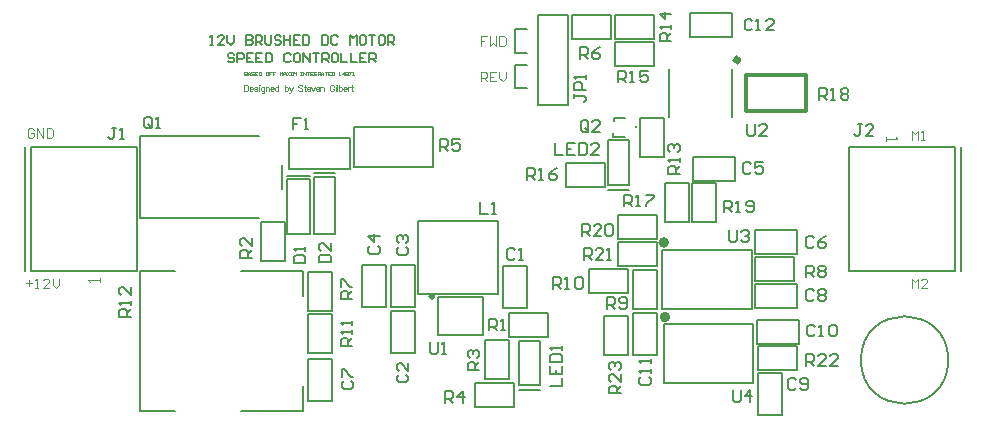
<source format=gto>
G04*
G04 #@! TF.GenerationSoftware,Altium Limited,Altium Designer,20.2.4 (192)*
G04*
G04 Layer_Color=65535*
%FSLAX44Y44*%
%MOMM*%
G71*
G04*
G04 #@! TF.SameCoordinates,784D42F2-C5A6-4340-B429-8165139C0F3B*
G04*
G04*
G04 #@! TF.FilePolarity,Positive*
G04*
G01*
G75*
%ADD10C,0.5000*%
%ADD11C,0.3000*%
%ADD12C,0.5080*%
%ADD13C,0.2000*%
%ADD14C,0.1524*%
%ADD15C,0.1000*%
D10*
X549051Y86350D02*
G03*
X549051Y86350I-2000J0D01*
G01*
X548000Y149500D02*
G03*
X548000Y149500I-2000J0D01*
G01*
D11*
X351284Y104010D02*
G03*
X351284Y104010I-1414J0D01*
G01*
X666150Y261000D02*
Y263500D01*
X616150Y261000D02*
X666150D01*
X616150D02*
Y291000D01*
X666150D01*
Y288500D02*
Y291000D01*
Y263500D02*
Y288500D01*
D12*
X609524Y304000D02*
G03*
X609524Y304000I-1524J0D01*
G01*
D13*
X787000Y50000D02*
G03*
X787000Y50000I-37000J0D01*
G01*
X508000Y194000D02*
X517000D01*
X499000D02*
X508000D01*
X517000Y198000D02*
Y236000D01*
X508000Y198000D02*
X517000D01*
X499000D02*
X508000D01*
X499000D02*
Y236000D01*
X517000D01*
X423500Y66500D02*
X441500D01*
X423500Y28500D02*
Y66500D01*
Y28500D02*
X432500D01*
X441500D01*
Y66500D01*
X423500Y24500D02*
X432500D01*
X441500D01*
X568220Y344160D02*
X603780D01*
X568220Y323840D02*
Y344160D01*
X603780Y323840D02*
Y344160D01*
X568220Y323840D02*
X603780D01*
X540160Y53950D02*
Y89510D01*
X519840D02*
X540160D01*
X519840Y53950D02*
X540160D01*
X519840D02*
Y89510D01*
X625220Y84160D02*
X660780D01*
X625220Y63840D02*
Y84160D01*
X660780Y63840D02*
Y84160D01*
X625220Y63840D02*
X660780D01*
X625840Y3720D02*
Y39280D01*
Y3720D02*
X646160D01*
X625840Y39280D02*
X646160D01*
Y3720D02*
Y39280D01*
X623220Y93840D02*
X658780D01*
Y114160D01*
X623220Y93840D02*
Y114160D01*
X658780D01*
X244840Y15220D02*
Y50780D01*
Y15220D02*
X265160D01*
X244840Y50780D02*
X265160D01*
Y15220D02*
Y50780D01*
X623220Y160160D02*
X658780D01*
X623220Y139840D02*
Y160160D01*
X658780Y139840D02*
Y160160D01*
X623220Y139840D02*
X658780D01*
X571220Y201840D02*
X606780D01*
Y222160D01*
X571220Y201840D02*
Y222160D01*
X606780D01*
X290840Y94720D02*
Y130280D01*
Y94720D02*
X311160D01*
X290840Y130280D02*
X311160D01*
Y94720D02*
Y130280D01*
X314840Y94720D02*
Y130280D01*
Y94720D02*
X335160D01*
X314840Y130280D02*
X335160D01*
Y94720D02*
Y130280D01*
X335160Y56220D02*
Y91780D01*
X314840D02*
X335160D01*
X314840Y56220D02*
X335160D01*
X314840D02*
Y91780D01*
X430160Y94220D02*
Y129780D01*
X409840D02*
X430160D01*
X409840Y94220D02*
X430160D01*
X409840D02*
Y129780D01*
X495840Y87510D02*
X516160D01*
X495840Y54490D02*
Y87510D01*
Y54490D02*
X516160D01*
Y87510D01*
X658510Y41840D02*
Y62160D01*
X625490D02*
X658510D01*
X625490Y41840D02*
Y62160D01*
Y41840D02*
X658510D01*
X540510Y129840D02*
Y150160D01*
X507490D02*
X540510D01*
X507490Y129840D02*
Y150160D01*
Y129840D02*
X540510D01*
Y152840D02*
Y173160D01*
X507490D02*
X540510D01*
X507490Y152840D02*
Y173160D01*
Y152840D02*
X540510D01*
X569840Y199510D02*
X590160D01*
X569840Y166490D02*
Y199510D01*
Y166490D02*
X590160D01*
Y199510D01*
X546840Y166490D02*
X567160D01*
Y199510D01*
X546840D02*
X567160D01*
X546840Y166490D02*
Y199510D01*
X496010Y196840D02*
Y217160D01*
X462990D02*
X496010D01*
X462990Y196840D02*
Y217160D01*
Y196840D02*
X496010D01*
X537510Y298840D02*
Y319160D01*
X504490D02*
X537510D01*
X504490Y298840D02*
Y319160D01*
Y298840D02*
X537510D01*
X504490Y321840D02*
Y342160D01*
Y321840D02*
X537510D01*
Y342160D01*
X504490D02*
X537510D01*
X525840Y255010D02*
X546160D01*
X525840Y221990D02*
Y255010D01*
Y221990D02*
X546160D01*
Y255010D01*
X244840Y89010D02*
X265160D01*
X244840Y55990D02*
Y89010D01*
Y55990D02*
X265160D01*
Y89010D01*
X482990Y106840D02*
Y127160D01*
Y106840D02*
X516010D01*
Y127160D01*
X482990D02*
X516010D01*
X519840Y93490D02*
X540160D01*
Y126510D01*
X519840D02*
X540160D01*
X519840Y93490D02*
Y126510D01*
X656510Y116840D02*
Y137160D01*
X623490D02*
X656510D01*
X623490Y116840D02*
Y137160D01*
Y116840D02*
X656510D01*
X244840Y91490D02*
X265160D01*
Y124510D01*
X244840D02*
X265160D01*
X244840Y91490D02*
Y124510D01*
X501510Y321840D02*
Y342160D01*
X468490D02*
X501510D01*
X468490Y321840D02*
Y342160D01*
Y321840D02*
X501510D01*
X419510Y9840D02*
Y30160D01*
X386490D02*
X419510D01*
X386490Y9840D02*
Y30160D01*
Y9840D02*
X419510D01*
X394840Y67010D02*
X415160D01*
X394840Y33990D02*
Y67010D01*
Y33990D02*
X415160D01*
Y67010D01*
X204840Y133490D02*
X225160D01*
Y166510D01*
X204840D02*
X225160D01*
X204840Y133490D02*
Y166510D01*
X448510Y69840D02*
Y90160D01*
X415490D02*
X448510D01*
X415490Y69840D02*
Y90160D01*
Y69840D02*
X448510D01*
X350500Y213000D02*
Y230000D01*
X284000Y213000D02*
X350500D01*
X284000D02*
Y247000D01*
X350500D01*
Y230000D02*
Y247000D01*
X223000Y195000D02*
Y215000D01*
X103000Y240000D02*
X203000D01*
X103000Y170000D02*
Y240000D01*
Y170000D02*
X203000D01*
X546051Y80350D02*
X622051D01*
Y30350D02*
Y80350D01*
X546051Y30350D02*
X622051D01*
X546051D02*
Y80350D01*
X545000Y143500D02*
X621000D01*
Y93500D02*
Y143500D01*
X545000Y93500D02*
X621000D01*
X545000D02*
Y143500D01*
X522550Y247000D02*
Y248000D01*
X503528Y239000D02*
X509550D01*
X503528D02*
Y242000D01*
X503550Y252000D02*
Y255000D01*
X509550D01*
Y239000D02*
X513550D01*
X509550Y255000D02*
X513550D01*
X393000Y71500D02*
Y103500D01*
X355000D02*
X393000D01*
X355000Y71500D02*
X393000D01*
X355000D02*
Y103500D01*
X798000Y125000D02*
Y230000D01*
X703000D02*
X793000D01*
Y125000D02*
Y230000D01*
X703000Y125000D02*
X793000D01*
X703000D02*
Y230000D01*
X5000Y125000D02*
Y230000D01*
X10000Y125000D02*
X100000D01*
X10000D02*
Y230000D01*
X100000D01*
Y125000D02*
Y230000D01*
X229150Y212000D02*
Y225000D01*
Y212000D02*
X280800D01*
Y238000D01*
X229150D02*
X280800D01*
X229150Y225000D02*
Y238000D01*
X406000Y106000D02*
Y144000D01*
X338000Y106000D02*
X406000D01*
Y144000D02*
Y168000D01*
X338000D02*
X406000D01*
X338000Y106000D02*
Y168000D01*
X247000Y157000D02*
Y203000D01*
X244000D02*
X247000D01*
X244000Y157000D02*
X247000D01*
X227000D02*
X244000D01*
X227000D02*
Y203000D01*
X230000D01*
X244000D01*
X227000Y206000D02*
X247000D01*
X250000Y208000D02*
X268000D01*
Y157000D02*
Y205000D01*
X250000Y157000D02*
X268000D01*
X250000D02*
Y205000D01*
X268000D01*
X439300Y265900D02*
Y342100D01*
Y265900D02*
X464700D01*
Y342100D01*
X439300D02*
X464700D01*
X240390Y104000D02*
Y125484D01*
X188000D02*
X240390D01*
X240312Y6409D02*
Y28000D01*
X188000Y6409D02*
X240312D01*
X102433Y125611D02*
X132000D01*
X102433Y6415D02*
Y125611D01*
Y6415D02*
X132000D01*
X420000Y280000D02*
X430000D01*
X420000D02*
Y300000D01*
X430000D01*
X420000Y310000D02*
X430000D01*
X420000D02*
Y330000D01*
X430000D01*
X182332Y308664D02*
X180999Y309997D01*
X178333D01*
X177000Y308664D01*
Y307332D01*
X178333Y305999D01*
X180999D01*
X182332Y304666D01*
Y303333D01*
X180999Y302000D01*
X178333D01*
X177000Y303333D01*
X184997Y302000D02*
Y309997D01*
X188996D01*
X190329Y308664D01*
Y305999D01*
X188996Y304666D01*
X184997D01*
X198326Y309997D02*
X192995D01*
Y302000D01*
X198326D01*
X192995Y305999D02*
X195661D01*
X206324Y309997D02*
X200992D01*
Y302000D01*
X206324D01*
X200992Y305999D02*
X203658D01*
X208990Y309997D02*
Y302000D01*
X212988D01*
X214321Y303333D01*
Y308664D01*
X212988Y309997D01*
X208990D01*
X230316Y308664D02*
X228983Y309997D01*
X226317D01*
X224984Y308664D01*
Y303333D01*
X226317Y302000D01*
X228983D01*
X230316Y303333D01*
X236981Y309997D02*
X234315D01*
X232982Y308664D01*
Y303333D01*
X234315Y302000D01*
X236981D01*
X238314Y303333D01*
Y308664D01*
X236981Y309997D01*
X240979Y302000D02*
Y309997D01*
X246311Y302000D01*
Y309997D01*
X248977D02*
X254308D01*
X251643D01*
Y302000D01*
X256974D02*
Y309997D01*
X260973D01*
X262306Y308664D01*
Y305999D01*
X260973Y304666D01*
X256974D01*
X259640D02*
X262306Y302000D01*
X268970Y309997D02*
X266304D01*
X264972Y308664D01*
Y303333D01*
X266304Y302000D01*
X268970D01*
X270303Y303333D01*
Y308664D01*
X268970Y309997D01*
X272969D02*
Y302000D01*
X278301D01*
X280966Y309997D02*
Y302000D01*
X286298D01*
X294296Y309997D02*
X288964D01*
Y302000D01*
X294296D01*
X288964Y305999D02*
X291630D01*
X296961Y302000D02*
Y309997D01*
X300960D01*
X302293Y308664D01*
Y305999D01*
X300960Y304666D01*
X296961D01*
X299627D02*
X302293Y302000D01*
X162000Y317000D02*
X164666D01*
X163333D01*
Y324997D01*
X162000Y323665D01*
X173996Y317000D02*
X168664D01*
X173996Y322332D01*
Y323665D01*
X172663Y324997D01*
X169997D01*
X168664Y323665D01*
X176662Y324997D02*
Y319666D01*
X179328Y317000D01*
X181994Y319666D01*
Y324997D01*
X192657D02*
Y317000D01*
X196656D01*
X197988Y318333D01*
Y319666D01*
X196656Y320999D01*
X192657D01*
X196656D01*
X197988Y322332D01*
Y323665D01*
X196656Y324997D01*
X192657D01*
X200654Y317000D02*
Y324997D01*
X204653D01*
X205986Y323665D01*
Y320999D01*
X204653Y319666D01*
X200654D01*
X203320D02*
X205986Y317000D01*
X208652Y324997D02*
Y318333D01*
X209984Y317000D01*
X212650D01*
X213983Y318333D01*
Y324997D01*
X221981Y323665D02*
X220648Y324997D01*
X217982D01*
X216649Y323665D01*
Y322332D01*
X217982Y320999D01*
X220648D01*
X221981Y319666D01*
Y318333D01*
X220648Y317000D01*
X217982D01*
X216649Y318333D01*
X224646Y324997D02*
Y317000D01*
Y320999D01*
X229978D01*
Y324997D01*
Y317000D01*
X237976Y324997D02*
X232644D01*
Y317000D01*
X237976D01*
X232644Y320999D02*
X235310D01*
X240641Y324997D02*
Y317000D01*
X244640D01*
X245973Y318333D01*
Y323665D01*
X244640Y324997D01*
X240641D01*
X256636D02*
Y317000D01*
X260635D01*
X261968Y318333D01*
Y323665D01*
X260635Y324997D01*
X256636D01*
X269965Y323665D02*
X268632Y324997D01*
X265966D01*
X264634Y323665D01*
Y318333D01*
X265966Y317000D01*
X268632D01*
X269965Y318333D01*
X280628Y317000D02*
Y324997D01*
X283294Y322332D01*
X285960Y324997D01*
Y317000D01*
X292624Y324997D02*
X289959D01*
X288626Y323665D01*
Y318333D01*
X289959Y317000D01*
X292624D01*
X293957Y318333D01*
Y323665D01*
X292624Y324997D01*
X296623D02*
X301955D01*
X299289D01*
Y317000D01*
X308619Y324997D02*
X305954D01*
X304621Y323665D01*
Y318333D01*
X305954Y317000D01*
X308619D01*
X309952Y318333D01*
Y323665D01*
X308619Y324997D01*
X312618Y317000D02*
Y324997D01*
X316617D01*
X317950Y323665D01*
Y320999D01*
X316617Y319666D01*
X312618D01*
X315284D02*
X317950Y317000D01*
X621169Y337332D02*
X619502Y338998D01*
X616170D01*
X614504Y337332D01*
Y330668D01*
X616170Y329002D01*
X619502D01*
X621169Y330668D01*
X624501Y329002D02*
X627833D01*
X626167D01*
Y338998D01*
X624501Y337332D01*
X639496Y329002D02*
X632831D01*
X639496Y335666D01*
Y337332D01*
X637830Y338998D01*
X634498D01*
X632831Y337332D01*
X604523Y24306D02*
Y15976D01*
X606189Y14310D01*
X609521D01*
X611187Y15976D01*
Y24306D01*
X619518Y14310D02*
Y24306D01*
X614520Y19308D01*
X621184D01*
X601669Y159998D02*
Y151668D01*
X603335Y150002D01*
X606668D01*
X608334Y151668D01*
Y159998D01*
X611666Y158332D02*
X613332Y159998D01*
X616665D01*
X618331Y158332D01*
Y156666D01*
X616665Y155000D01*
X614998D01*
X616665D01*
X618331Y153334D01*
Y151668D01*
X616665Y150002D01*
X613332D01*
X611666Y151668D01*
X616669Y249998D02*
Y241668D01*
X618335Y240002D01*
X621668D01*
X623334Y241668D01*
Y249998D01*
X633331Y240002D02*
X626666D01*
X633331Y246666D01*
Y248332D01*
X631665Y249998D01*
X628332D01*
X626666Y248332D01*
X348335Y64998D02*
Y56668D01*
X350002Y55002D01*
X353334D01*
X355000Y56668D01*
Y64998D01*
X358332Y55002D02*
X361665D01*
X359998D01*
Y64998D01*
X358332Y63332D01*
X509998Y21671D02*
X500002D01*
Y26669D01*
X501668Y28335D01*
X505000D01*
X506666Y26669D01*
Y21671D01*
Y25003D02*
X509998Y28335D01*
Y38332D02*
Y31668D01*
X503334Y38332D01*
X501668D01*
X500002Y36666D01*
Y33334D01*
X501668Y31668D01*
Y41665D02*
X500002Y43331D01*
Y46663D01*
X501668Y48329D01*
X503334D01*
X505000Y46663D01*
Y44997D01*
Y46663D01*
X506666Y48329D01*
X508332D01*
X509998Y46663D01*
Y43331D01*
X508332Y41665D01*
X666671Y45002D02*
Y54998D01*
X671669D01*
X673335Y53332D01*
Y50000D01*
X671669Y48334D01*
X666671D01*
X670003D02*
X673335Y45002D01*
X683332D02*
X676668D01*
X683332Y51666D01*
Y53332D01*
X681666Y54998D01*
X678334D01*
X676668Y53332D01*
X693329Y45002D02*
X686665D01*
X693329Y51666D01*
Y53332D01*
X691663Y54998D01*
X688331D01*
X686665Y53332D01*
X478337Y135002D02*
Y144998D01*
X483335D01*
X485002Y143332D01*
Y140000D01*
X483335Y138334D01*
X478337D01*
X481669D02*
X485002Y135002D01*
X494998D02*
X488334D01*
X494998Y141666D01*
Y143332D01*
X493332Y144998D01*
X490000D01*
X488334Y143332D01*
X498331Y135002D02*
X501663D01*
X499997D01*
Y144998D01*
X498331Y143332D01*
X476671Y155002D02*
Y164998D01*
X481669D01*
X483335Y163332D01*
Y160000D01*
X481669Y158334D01*
X476671D01*
X480003D02*
X483335Y155002D01*
X493332D02*
X486668D01*
X493332Y161666D01*
Y163332D01*
X491666Y164998D01*
X488334D01*
X486668Y163332D01*
X496665D02*
X498331Y164998D01*
X501663D01*
X503329Y163332D01*
Y156668D01*
X501663Y155002D01*
X498331D01*
X496665Y156668D01*
Y163332D01*
X597504Y175002D02*
Y184998D01*
X602502D01*
X604169Y183332D01*
Y180000D01*
X602502Y178334D01*
X597504D01*
X600836D02*
X604169Y175002D01*
X607501D02*
X610833D01*
X609167D01*
Y184998D01*
X607501Y183332D01*
X615831Y176668D02*
X617498Y175002D01*
X620830D01*
X622496Y176668D01*
Y183332D01*
X620830Y184998D01*
X617498D01*
X615831Y183332D01*
Y181666D01*
X617498Y180000D01*
X622496D01*
X677504Y270002D02*
Y279998D01*
X682502D01*
X684168Y278332D01*
Y275000D01*
X682502Y273334D01*
X677504D01*
X680836D02*
X684168Y270002D01*
X687501D02*
X690833D01*
X689167D01*
Y279998D01*
X687501Y278332D01*
X695832D02*
X697498Y279998D01*
X700830D01*
X702496Y278332D01*
Y276666D01*
X700830Y275000D01*
X702496Y273334D01*
Y271668D01*
X700830Y270002D01*
X697498D01*
X695832Y271668D01*
Y273334D01*
X697498Y275000D01*
X695832Y276666D01*
Y278332D01*
X697498Y275000D02*
X700830D01*
X512504Y180002D02*
Y189998D01*
X517502D01*
X519169Y188332D01*
Y185000D01*
X517502Y183334D01*
X512504D01*
X515836D02*
X519169Y180002D01*
X522501D02*
X525833D01*
X524167D01*
Y189998D01*
X522501Y188332D01*
X530831Y189998D02*
X537496D01*
Y188332D01*
X530831Y181668D01*
Y180002D01*
X430576Y202674D02*
Y212670D01*
X435574D01*
X437240Y211004D01*
Y207672D01*
X435574Y206006D01*
X430576D01*
X433908D02*
X437240Y202674D01*
X440573D02*
X443905D01*
X442239D01*
Y212670D01*
X440573Y211004D01*
X455568Y212670D02*
X452236Y211004D01*
X448903Y207672D01*
Y204340D01*
X450569Y202674D01*
X453902D01*
X455568Y204340D01*
Y206006D01*
X453902Y207672D01*
X448903D01*
X507504Y285002D02*
Y294998D01*
X512502D01*
X514169Y293332D01*
Y290000D01*
X512502Y288334D01*
X507504D01*
X510836D02*
X514169Y285002D01*
X517501D02*
X520833D01*
X519167D01*
Y294998D01*
X517501Y293332D01*
X532496Y294998D02*
X525831D01*
Y290000D01*
X529164Y291666D01*
X530830D01*
X532496Y290000D01*
Y286668D01*
X530830Y285002D01*
X527498D01*
X525831Y286668D01*
X552572Y320032D02*
X542575D01*
Y325030D01*
X544241Y326696D01*
X547574D01*
X549240Y325030D01*
Y320032D01*
Y323364D02*
X552572Y326696D01*
Y330028D02*
Y333360D01*
Y331694D01*
X542575D01*
X544241Y330028D01*
X552572Y343357D02*
X542575D01*
X547574Y338359D01*
Y345023D01*
X559998Y207504D02*
X550002D01*
Y212502D01*
X551668Y214168D01*
X555000D01*
X556666Y212502D01*
Y207504D01*
Y210836D02*
X559998Y214168D01*
Y217501D02*
Y220833D01*
Y219167D01*
X550002D01*
X551668Y217501D01*
Y225831D02*
X550002Y227498D01*
Y230830D01*
X551668Y232496D01*
X553334D01*
X555000Y230830D01*
Y229164D01*
Y230830D01*
X556666Y232496D01*
X558332D01*
X559998Y230830D01*
Y227498D01*
X558332Y225831D01*
X94998Y86504D02*
X85002D01*
Y91503D01*
X86668Y93169D01*
X90000D01*
X91666Y91503D01*
Y86504D01*
Y89836D02*
X94998Y93169D01*
Y96501D02*
Y99833D01*
Y98167D01*
X85002D01*
X86668Y96501D01*
X94998Y111496D02*
Y104831D01*
X88334Y111496D01*
X86668D01*
X85002Y109830D01*
Y106498D01*
X86668Y104831D01*
X282498Y61670D02*
X272502D01*
Y66669D01*
X274168Y68335D01*
X277500D01*
X279166Y66669D01*
Y61670D01*
Y65002D02*
X282498Y68335D01*
Y71667D02*
Y74999D01*
Y73333D01*
X272502D01*
X274168Y71667D01*
X282498Y79998D02*
Y83330D01*
Y81664D01*
X272502D01*
X274168Y79998D01*
X452504Y110002D02*
Y119998D01*
X457502D01*
X459169Y118332D01*
Y115000D01*
X457502Y113334D01*
X452504D01*
X455836D02*
X459169Y110002D01*
X462501D02*
X465833D01*
X464167D01*
Y119998D01*
X462501Y118332D01*
X470831D02*
X472498Y119998D01*
X475830D01*
X477496Y118332D01*
Y111668D01*
X475830Y110002D01*
X472498D01*
X470831Y111668D01*
Y118332D01*
X497974Y93013D02*
Y103009D01*
X502972D01*
X504638Y101343D01*
Y98011D01*
X502972Y96345D01*
X497974D01*
X501306D02*
X504638Y93013D01*
X507971Y94679D02*
X509637Y93013D01*
X512969D01*
X514635Y94679D01*
Y101343D01*
X512969Y103009D01*
X509637D01*
X507971Y101343D01*
Y99677D01*
X509637Y98011D01*
X514635D01*
X666669Y120002D02*
Y129998D01*
X671668D01*
X673334Y128332D01*
Y125000D01*
X671668Y123334D01*
X666669D01*
X670002D02*
X673334Y120002D01*
X676666Y128332D02*
X678332Y129998D01*
X681665D01*
X683331Y128332D01*
Y126666D01*
X681665Y125000D01*
X683331Y123334D01*
Y121668D01*
X681665Y120002D01*
X678332D01*
X676666Y121668D01*
Y123334D01*
X678332Y125000D01*
X676666Y126666D01*
Y128332D01*
X678332Y125000D02*
X681665D01*
X282498Y101669D02*
X272502D01*
Y106668D01*
X274168Y108334D01*
X277500D01*
X279166Y106668D01*
Y101669D01*
Y105002D02*
X282498Y108334D01*
X272502Y111666D02*
Y118331D01*
X274168D01*
X280832Y111666D01*
X282498D01*
X475579Y304856D02*
Y314853D01*
X480577D01*
X482243Y313187D01*
Y309855D01*
X480577Y308188D01*
X475579D01*
X478911D02*
X482243Y304856D01*
X492240Y314853D02*
X488908Y313187D01*
X485576Y309855D01*
Y306522D01*
X487242Y304856D01*
X490574D01*
X492240Y306522D01*
Y308188D01*
X490574Y309855D01*
X485576D01*
X356611Y226773D02*
Y236770D01*
X361609D01*
X363275Y235104D01*
Y231772D01*
X361609Y230105D01*
X356611D01*
X359943D02*
X363275Y226773D01*
X373272Y236770D02*
X366607D01*
Y231772D01*
X369940Y233438D01*
X371606D01*
X373272Y231772D01*
Y228439D01*
X371606Y226773D01*
X368274D01*
X366607Y228439D01*
X360923Y13658D02*
Y23655D01*
X365921D01*
X367587Y21988D01*
Y18656D01*
X365921Y16990D01*
X360923D01*
X364255D02*
X367587Y13658D01*
X375918D02*
Y23655D01*
X370920Y18656D01*
X377584D01*
X389998Y41669D02*
X380002D01*
Y46668D01*
X381668Y48334D01*
X385000D01*
X386666Y46668D01*
Y41669D01*
Y45002D02*
X389998Y48334D01*
X381668Y51666D02*
X380002Y53332D01*
Y56665D01*
X381668Y58331D01*
X383334D01*
X385000Y56665D01*
Y54998D01*
Y56665D01*
X386666Y58331D01*
X388332D01*
X389998Y56665D01*
Y53332D01*
X388332Y51666D01*
X197675Y136457D02*
X187678D01*
Y141455D01*
X189344Y143121D01*
X192677D01*
X194343Y141455D01*
Y136457D01*
Y139789D02*
X197675Y143121D01*
Y153118D02*
Y146454D01*
X191010Y153118D01*
X189344D01*
X187678Y151452D01*
Y148120D01*
X189344Y146454D01*
X398335Y75002D02*
Y84998D01*
X403334D01*
X405000Y83332D01*
Y80000D01*
X403334Y78334D01*
X398335D01*
X401668D02*
X405000Y75002D01*
X408332D02*
X411665D01*
X409998D01*
Y84998D01*
X408332Y83332D01*
X482334Y244668D02*
Y251332D01*
X480668Y252998D01*
X477336D01*
X475669Y251332D01*
Y244668D01*
X477336Y243002D01*
X480668D01*
X479002Y246334D02*
X482334Y243002D01*
X480668D02*
X482334Y244668D01*
X492331Y243002D02*
X485666D01*
X492331Y249666D01*
Y251332D01*
X490664Y252998D01*
X487332D01*
X485666Y251332D01*
X113021Y247778D02*
Y254443D01*
X111355Y256109D01*
X108022D01*
X106356Y254443D01*
Y247778D01*
X108022Y246112D01*
X111355D01*
X109688Y249445D02*
X113021Y246112D01*
X111355D02*
X113021Y247778D01*
X116353Y246112D02*
X119685D01*
X118019D01*
Y256109D01*
X116353Y254443D01*
X454313Y233531D02*
Y223534D01*
X460978D01*
X470975Y233531D02*
X464310D01*
Y223534D01*
X470975D01*
X464310Y228532D02*
X467642D01*
X474307Y233531D02*
Y223534D01*
X479305D01*
X480971Y225200D01*
Y231864D01*
X479305Y233531D01*
X474307D01*
X490968Y223534D02*
X484304D01*
X490968Y230198D01*
Y231864D01*
X489302Y233531D01*
X485970D01*
X484304Y231864D01*
X450002Y28339D02*
X459998D01*
Y35003D01*
X450002Y45000D02*
Y38335D01*
X459998D01*
Y45000D01*
X455000Y38335D02*
Y41668D01*
X450002Y48332D02*
X459998D01*
Y53331D01*
X458332Y54997D01*
X451668D01*
X450002Y53331D01*
Y48332D01*
X459998Y58329D02*
Y61661D01*
Y59995D01*
X450002D01*
X451668Y58329D01*
X390423Y183491D02*
Y173494D01*
X397087D01*
X400419D02*
X403752D01*
X402086D01*
Y183491D01*
X400419Y181825D01*
X470002Y275002D02*
Y271669D01*
Y273335D01*
X478332D01*
X479998Y271669D01*
Y270003D01*
X478332Y268337D01*
X479998Y278334D02*
X470002D01*
Y283332D01*
X471668Y284998D01*
X475000D01*
X476666Y283332D01*
Y278334D01*
X479998Y288331D02*
Y291663D01*
Y289997D01*
X470002D01*
X471668Y288331D01*
X713621Y250074D02*
X710289D01*
X711955D01*
Y241744D01*
X710289Y240077D01*
X708623D01*
X706956Y241744D01*
X723618Y240077D02*
X716953D01*
X723618Y246742D01*
Y248408D01*
X721952Y250074D01*
X718619D01*
X716953Y248408D01*
X82197Y246758D02*
X78865D01*
X80531D01*
Y238428D01*
X78865Y236761D01*
X77199D01*
X75533Y238428D01*
X85530Y236761D02*
X88862D01*
X87196D01*
Y246758D01*
X85530Y245092D01*
X238619Y255195D02*
X231954D01*
Y250197D01*
X235286D01*
X231954D01*
Y245198D01*
X241951D02*
X245283D01*
X243617D01*
Y255195D01*
X241951Y253529D01*
X254002Y132669D02*
X263998D01*
Y137668D01*
X262332Y139334D01*
X255668D01*
X254002Y137668D01*
Y132669D01*
X263998Y149331D02*
Y142666D01*
X257334Y149331D01*
X255668D01*
X254002Y147664D01*
Y144332D01*
X255668Y142666D01*
X232650Y132371D02*
X242647D01*
Y137369D01*
X240980Y139036D01*
X234316D01*
X232650Y137369D01*
Y132371D01*
X242647Y142368D02*
Y145700D01*
Y144034D01*
X232650D01*
X234316Y142368D01*
X526668Y35835D02*
X525002Y34169D01*
Y30836D01*
X526668Y29170D01*
X533332D01*
X534998Y30836D01*
Y34169D01*
X533332Y35835D01*
X534998Y39167D02*
Y42499D01*
Y40833D01*
X525002D01*
X526668Y39167D01*
X534998Y47498D02*
Y50830D01*
Y49164D01*
X525002D01*
X526668Y47498D01*
X674169Y78332D02*
X672502Y79998D01*
X669170D01*
X667504Y78332D01*
Y71668D01*
X669170Y70002D01*
X672502D01*
X674169Y71668D01*
X677501Y70002D02*
X680833D01*
X679167D01*
Y79998D01*
X677501Y78332D01*
X685832D02*
X687498Y79998D01*
X690830D01*
X692496Y78332D01*
Y71668D01*
X690830Y70002D01*
X687498D01*
X685832Y71668D01*
Y78332D01*
X658334Y33332D02*
X656668Y34998D01*
X653335D01*
X651669Y33332D01*
Y26668D01*
X653335Y25002D01*
X656668D01*
X658334Y26668D01*
X661666D02*
X663332Y25002D01*
X666665D01*
X668331Y26668D01*
Y33332D01*
X666665Y34998D01*
X663332D01*
X661666Y33332D01*
Y31666D01*
X663332Y30000D01*
X668331D01*
X673334Y108332D02*
X671668Y109998D01*
X668335D01*
X666669Y108332D01*
Y101668D01*
X668335Y100002D01*
X671668D01*
X673334Y101668D01*
X676666Y108332D02*
X678332Y109998D01*
X681665D01*
X683331Y108332D01*
Y106666D01*
X681665Y105000D01*
X683331Y103334D01*
Y101668D01*
X681665Y100002D01*
X678332D01*
X676666Y101668D01*
Y103334D01*
X678332Y105000D01*
X676666Y106666D01*
Y108332D01*
X678332Y105000D02*
X681665D01*
X275018Y31987D02*
X273352Y30320D01*
Y26988D01*
X275018Y25322D01*
X281682D01*
X283349Y26988D01*
Y30320D01*
X281682Y31987D01*
X273352Y35319D02*
Y41983D01*
X275018D01*
X281682Y35319D01*
X283349D01*
X673334Y153332D02*
X671668Y154998D01*
X668335D01*
X666669Y153332D01*
Y146668D01*
X668335Y145002D01*
X671668D01*
X673334Y146668D01*
X683331Y154998D02*
X679998Y153332D01*
X676666Y150000D01*
Y146668D01*
X678332Y145002D01*
X681665D01*
X683331Y146668D01*
Y148334D01*
X681665Y150000D01*
X676666D01*
X619981Y215859D02*
X618315Y217525D01*
X614983D01*
X613317Y215859D01*
Y209194D01*
X614983Y207528D01*
X618315D01*
X619981Y209194D01*
X629978Y217525D02*
X623313D01*
Y212526D01*
X626646Y214193D01*
X628312D01*
X629978Y212526D01*
Y209194D01*
X628312Y207528D01*
X624980D01*
X623313Y209194D01*
X297472Y146833D02*
X295806Y145167D01*
Y141835D01*
X297472Y140169D01*
X304137D01*
X305803Y141835D01*
Y145167D01*
X304137Y146833D01*
X305803Y155164D02*
X295806D01*
X300804Y150166D01*
Y156830D01*
X321582Y145729D02*
X319916Y144063D01*
Y140730D01*
X321582Y139064D01*
X328247D01*
X329913Y140730D01*
Y144063D01*
X328247Y145729D01*
X321582Y149061D02*
X319916Y150727D01*
Y154059D01*
X321582Y155726D01*
X323249D01*
X324915Y154059D01*
Y152393D01*
Y154059D01*
X326581Y155726D01*
X328247D01*
X329913Y154059D01*
Y150727D01*
X328247Y149061D01*
X321582Y37692D02*
X319916Y36026D01*
Y32694D01*
X321582Y31028D01*
X328247D01*
X329913Y32694D01*
Y36026D01*
X328247Y37692D01*
X329913Y47689D02*
Y41024D01*
X323249Y47689D01*
X321582D01*
X319916Y46023D01*
Y42691D01*
X321582Y41024D01*
X420000Y143332D02*
X418334Y144998D01*
X415002D01*
X413335Y143332D01*
Y136668D01*
X415002Y135002D01*
X418334D01*
X420000Y136668D01*
X423332Y135002D02*
X426665D01*
X424998D01*
Y144998D01*
X423332Y143332D01*
D14*
X550203Y255951D02*
Y296049D01*
X603797Y255951D02*
Y296049D01*
D15*
X734000Y239000D02*
Y235668D01*
Y237334D01*
X743997D01*
X742331Y239000D01*
X69000Y116000D02*
Y119332D01*
Y117666D01*
X59003D01*
X60669Y116000D01*
X191000Y282665D02*
Y277666D01*
Y282665D02*
X192666D01*
X193380Y282427D01*
X193857Y281951D01*
X194095Y281475D01*
X194333Y280761D01*
Y279571D01*
X194095Y278857D01*
X193857Y278380D01*
X193380Y277904D01*
X192666Y277666D01*
X191000D01*
X195451Y279571D02*
X198308D01*
Y280047D01*
X198070Y280523D01*
X197832Y280761D01*
X197356Y280999D01*
X196642D01*
X196166Y280761D01*
X195690Y280285D01*
X195451Y279571D01*
Y279095D01*
X195690Y278380D01*
X196166Y277904D01*
X196642Y277666D01*
X197356D01*
X197832Y277904D01*
X198308Y278380D01*
X201998Y280285D02*
X201760Y280761D01*
X201045Y280999D01*
X200331D01*
X199617Y280761D01*
X199379Y280285D01*
X199617Y279809D01*
X200093Y279571D01*
X201283Y279333D01*
X201760Y279095D01*
X201998Y278619D01*
Y278380D01*
X201760Y277904D01*
X201045Y277666D01*
X200331D01*
X199617Y277904D01*
X199379Y278380D01*
X203521Y282665D02*
X203759Y282427D01*
X203997Y282665D01*
X203759Y282903D01*
X203521Y282665D01*
X203759Y280999D02*
Y277666D01*
X207735Y280999D02*
Y277190D01*
X207496Y276476D01*
X207258Y276238D01*
X206782Y276000D01*
X206068D01*
X205592Y276238D01*
X207735Y280285D02*
X207258Y280761D01*
X206782Y280999D01*
X206068D01*
X205592Y280761D01*
X205116Y280285D01*
X204878Y279571D01*
Y279095D01*
X205116Y278380D01*
X205592Y277904D01*
X206068Y277666D01*
X206782D01*
X207258Y277904D01*
X207735Y278380D01*
X209068Y280999D02*
Y277666D01*
Y280047D02*
X209782Y280761D01*
X210258Y280999D01*
X210972D01*
X211448Y280761D01*
X211686Y280047D01*
Y277666D01*
X212995Y279571D02*
X215852D01*
Y280047D01*
X215614Y280523D01*
X215376Y280761D01*
X214900Y280999D01*
X214186D01*
X213709Y280761D01*
X213233Y280285D01*
X212995Y279571D01*
Y279095D01*
X213233Y278380D01*
X213709Y277904D01*
X214186Y277666D01*
X214900D01*
X215376Y277904D01*
X215852Y278380D01*
X219779Y282665D02*
Y277666D01*
Y280285D02*
X219303Y280761D01*
X218827Y280999D01*
X218113D01*
X217637Y280761D01*
X217161Y280285D01*
X216923Y279571D01*
Y279095D01*
X217161Y278380D01*
X217637Y277904D01*
X218113Y277666D01*
X218827D01*
X219303Y277904D01*
X219779Y278380D01*
X225040Y282665D02*
Y277666D01*
Y280285D02*
X225516Y280761D01*
X225993Y280999D01*
X226707D01*
X227183Y280761D01*
X227659Y280285D01*
X227897Y279571D01*
Y279095D01*
X227659Y278380D01*
X227183Y277904D01*
X226707Y277666D01*
X225993D01*
X225516Y277904D01*
X225040Y278380D01*
X229206Y280999D02*
X230634Y277666D01*
X232063Y280999D02*
X230634Y277666D01*
X230158Y276714D01*
X229682Y276238D01*
X229206Y276000D01*
X228968D01*
X240156Y281951D02*
X239680Y282427D01*
X238966Y282665D01*
X238014D01*
X237300Y282427D01*
X236824Y281951D01*
Y281475D01*
X237062Y280999D01*
X237300Y280761D01*
X237776Y280523D01*
X239204Y280047D01*
X239680Y279809D01*
X239918Y279571D01*
X240156Y279095D01*
Y278380D01*
X239680Y277904D01*
X238966Y277666D01*
X238014D01*
X237300Y277904D01*
X236824Y278380D01*
X241989Y282665D02*
Y278619D01*
X242227Y277904D01*
X242703Y277666D01*
X243179D01*
X241275Y280999D02*
X242941D01*
X243893Y279571D02*
X246750D01*
Y280047D01*
X246512Y280523D01*
X246274Y280761D01*
X245798Y280999D01*
X245084D01*
X244608Y280761D01*
X244132Y280285D01*
X243893Y279571D01*
Y279095D01*
X244132Y278380D01*
X244608Y277904D01*
X245084Y277666D01*
X245798D01*
X246274Y277904D01*
X246750Y278380D01*
X247821Y280999D02*
X249249Y277666D01*
X250678Y280999D02*
X249249Y277666D01*
X251487Y279571D02*
X254344D01*
Y280047D01*
X254105Y280523D01*
X253867Y280761D01*
X253391Y280999D01*
X252677D01*
X252201Y280761D01*
X251725Y280285D01*
X251487Y279571D01*
Y279095D01*
X251725Y278380D01*
X252201Y277904D01*
X252677Y277666D01*
X253391D01*
X253867Y277904D01*
X254344Y278380D01*
X255415Y280999D02*
Y277666D01*
Y280047D02*
X256129Y280761D01*
X256605Y280999D01*
X257319D01*
X257795Y280761D01*
X258033Y280047D01*
Y277666D01*
X266841Y281475D02*
X266603Y281951D01*
X266127Y282427D01*
X265651Y282665D01*
X264699D01*
X264222Y282427D01*
X263746Y281951D01*
X263508Y281475D01*
X263270Y280761D01*
Y279571D01*
X263508Y278857D01*
X263746Y278380D01*
X264222Y277904D01*
X264699Y277666D01*
X265651D01*
X266127Y277904D01*
X266603Y278380D01*
X266841Y278857D01*
Y279571D01*
X265651D02*
X266841D01*
X268460Y282665D02*
X268698Y282427D01*
X268936Y282665D01*
X268698Y282903D01*
X268460Y282665D01*
X268698Y280999D02*
Y277666D01*
X269816Y282665D02*
Y277666D01*
X270864Y282665D02*
Y277666D01*
Y280285D02*
X271340Y280761D01*
X271816Y280999D01*
X272530D01*
X273006Y280761D01*
X273482Y280285D01*
X273720Y279571D01*
Y279095D01*
X273482Y278380D01*
X273006Y277904D01*
X272530Y277666D01*
X271816D01*
X271340Y277904D01*
X270864Y278380D01*
X274792Y279571D02*
X277648D01*
Y280047D01*
X277410Y280523D01*
X277172Y280761D01*
X276696Y280999D01*
X275982D01*
X275506Y280761D01*
X275030Y280285D01*
X274792Y279571D01*
Y279095D01*
X275030Y278380D01*
X275506Y277904D01*
X275982Y277666D01*
X276696D01*
X277172Y277904D01*
X277648Y278380D01*
X278719Y280999D02*
Y277666D01*
Y279571D02*
X278957Y280285D01*
X279433Y280761D01*
X279909Y280999D01*
X280624D01*
X281790Y282665D02*
Y278619D01*
X282028Y277904D01*
X282504Y277666D01*
X282980D01*
X281076Y280999D02*
X282742D01*
X191000Y293999D02*
Y291000D01*
X192500D01*
X192999Y291500D01*
Y292000D01*
X192500Y292500D01*
X191000D01*
X192500D01*
X192999Y292999D01*
Y293499D01*
X192500Y293999D01*
X191000D01*
X193999Y291000D02*
Y292999D01*
X194999Y293999D01*
X195998Y292999D01*
Y291000D01*
Y292500D01*
X193999D01*
X198997Y293499D02*
X198498Y293999D01*
X197498D01*
X196998Y293499D01*
Y292999D01*
X197498Y292500D01*
X198498D01*
X198997Y292000D01*
Y291500D01*
X198498Y291000D01*
X197498D01*
X196998Y291500D01*
X201996Y293999D02*
X199997D01*
Y291000D01*
X201996D01*
X199997Y292500D02*
X200997D01*
X202996Y293999D02*
Y291000D01*
X204496D01*
X204995Y291500D01*
Y293499D01*
X204496Y293999D01*
X202996D01*
X210494D02*
X209494D01*
X208994Y293499D01*
Y291500D01*
X209494Y291000D01*
X210494D01*
X210993Y291500D01*
Y293499D01*
X210494Y293999D01*
X213993D02*
X211993D01*
Y292500D01*
X212993D01*
X211993D01*
Y291000D01*
X216992Y293999D02*
X214992D01*
Y292500D01*
X215992D01*
X214992D01*
Y291000D01*
X220990D02*
Y293999D01*
X221990Y292999D01*
X222990Y293999D01*
Y291000D01*
X223989D02*
Y292999D01*
X224989Y293999D01*
X225989Y292999D01*
Y291000D01*
Y292500D01*
X223989D01*
X226988Y293999D02*
X228988Y291000D01*
Y293999D02*
X226988Y291000D01*
X229987Y293999D02*
X230987D01*
X230487D01*
Y291000D01*
X229987D01*
X230987D01*
X232487D02*
Y293999D01*
X233486Y292999D01*
X234486Y293999D01*
Y291000D01*
X238485Y293999D02*
X239484D01*
X238985D01*
Y291000D01*
X238485D01*
X239484D01*
X240984D02*
Y293999D01*
X242983Y291000D01*
Y293999D01*
X243983D02*
X245982D01*
X244982D01*
Y291000D01*
X248981Y293999D02*
X246982D01*
Y291000D01*
X248981D01*
X246982Y292500D02*
X247981D01*
X251980Y293499D02*
X251480Y293999D01*
X250481D01*
X249981Y293499D01*
Y291500D01*
X250481Y291000D01*
X251480D01*
X251980Y291500D01*
Y292500D01*
X250980D01*
X252980Y291000D02*
Y293999D01*
X254479D01*
X254979Y293499D01*
Y292500D01*
X254479Y292000D01*
X252980D01*
X253980D02*
X254979Y291000D01*
X255979D02*
Y292999D01*
X256979Y293999D01*
X257978Y292999D01*
Y291000D01*
Y292500D01*
X255979D01*
X258978Y293999D02*
X260977D01*
X259978D01*
Y291000D01*
X263976Y293999D02*
X261977D01*
Y291000D01*
X263976D01*
X261977Y292500D02*
X262977D01*
X264976Y293999D02*
Y291000D01*
X266476D01*
X266975Y291500D01*
Y293499D01*
X266476Y293999D01*
X264976D01*
X270974Y291000D02*
X271974D01*
X271474D01*
Y293999D01*
X270974Y293499D01*
X274973Y291000D02*
Y293999D01*
X273473Y292500D01*
X275473D01*
X276472Y293499D02*
X276972Y293999D01*
X277972D01*
X278472Y293499D01*
Y292999D01*
X277972Y292500D01*
X278472Y292000D01*
Y291500D01*
X277972Y291000D01*
X276972D01*
X276472Y291500D01*
Y292000D01*
X276972Y292500D01*
X276472Y292999D01*
Y293499D01*
X276972Y292500D02*
X277972D01*
X279471Y293999D02*
X281471D01*
Y293499D01*
X279471Y291500D01*
Y291000D01*
X282470D02*
X283470D01*
X282970D01*
Y293999D01*
X282470Y293499D01*
X756000Y111000D02*
Y118997D01*
X758666Y116332D01*
X761332Y118997D01*
Y111000D01*
X769329D02*
X763997D01*
X769329Y116332D01*
Y117664D01*
X767996Y118997D01*
X765330D01*
X763997Y117664D01*
X756000Y236000D02*
Y243997D01*
X758666Y241332D01*
X761332Y243997D01*
Y236000D01*
X763997D02*
X766663D01*
X765330D01*
Y243997D01*
X763997Y242665D01*
X6000Y114999D02*
X11332D01*
X8666Y117664D02*
Y112333D01*
X13997Y111000D02*
X16663D01*
X15330D01*
Y118997D01*
X13997Y117664D01*
X25993Y111000D02*
X20662D01*
X25993Y116332D01*
Y117664D01*
X24661Y118997D01*
X21995D01*
X20662Y117664D01*
X28659Y118997D02*
Y113666D01*
X31325Y111000D01*
X33991Y113666D01*
Y118997D01*
X12848Y244864D02*
X11515Y246197D01*
X8849D01*
X7516Y244864D01*
Y239532D01*
X8849Y238199D01*
X11515D01*
X12848Y239532D01*
Y242198D01*
X10182D01*
X15513Y238199D02*
Y246197D01*
X20845Y238199D01*
Y246197D01*
X23511D02*
Y238199D01*
X27510D01*
X28842Y239532D01*
Y244864D01*
X27510Y246197D01*
X23511D01*
X396332Y323997D02*
X391000D01*
Y319999D01*
X393666D01*
X391000D01*
Y316000D01*
X398997Y323997D02*
Y316000D01*
X401663Y318666D01*
X404329Y316000D01*
Y323997D01*
X406995D02*
Y316000D01*
X410994D01*
X412327Y317333D01*
Y322664D01*
X410994Y323997D01*
X406995D01*
X391000Y286000D02*
Y293997D01*
X394999D01*
X396332Y292665D01*
Y289999D01*
X394999Y288666D01*
X391000D01*
X393666D02*
X396332Y286000D01*
X404329Y293997D02*
X398997D01*
Y286000D01*
X404329D01*
X398997Y289999D02*
X401663D01*
X406995Y293997D02*
Y288666D01*
X409661Y286000D01*
X412327Y288666D01*
Y293997D01*
M02*

</source>
